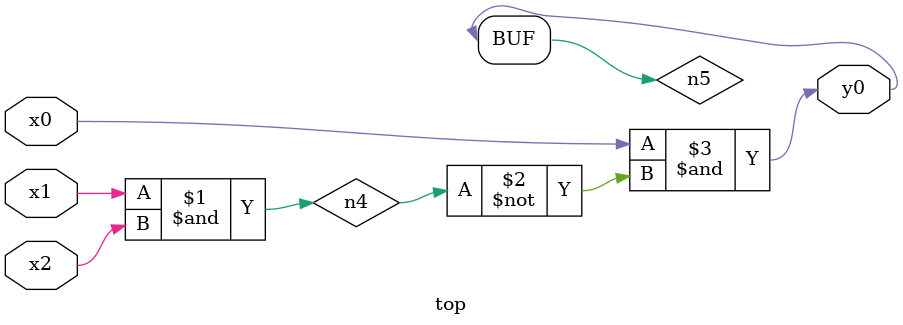
<source format=v>
module top( x0 , x1 , x2 , y0 );
  input x0 , x1 , x2 ;
  output y0 ;
  wire n4 , n5 ;
  assign n4 = x1 & x2 ;
  assign n5 = x0 & ~n4 ;
  assign y0 = n5 ;
endmodule

</source>
